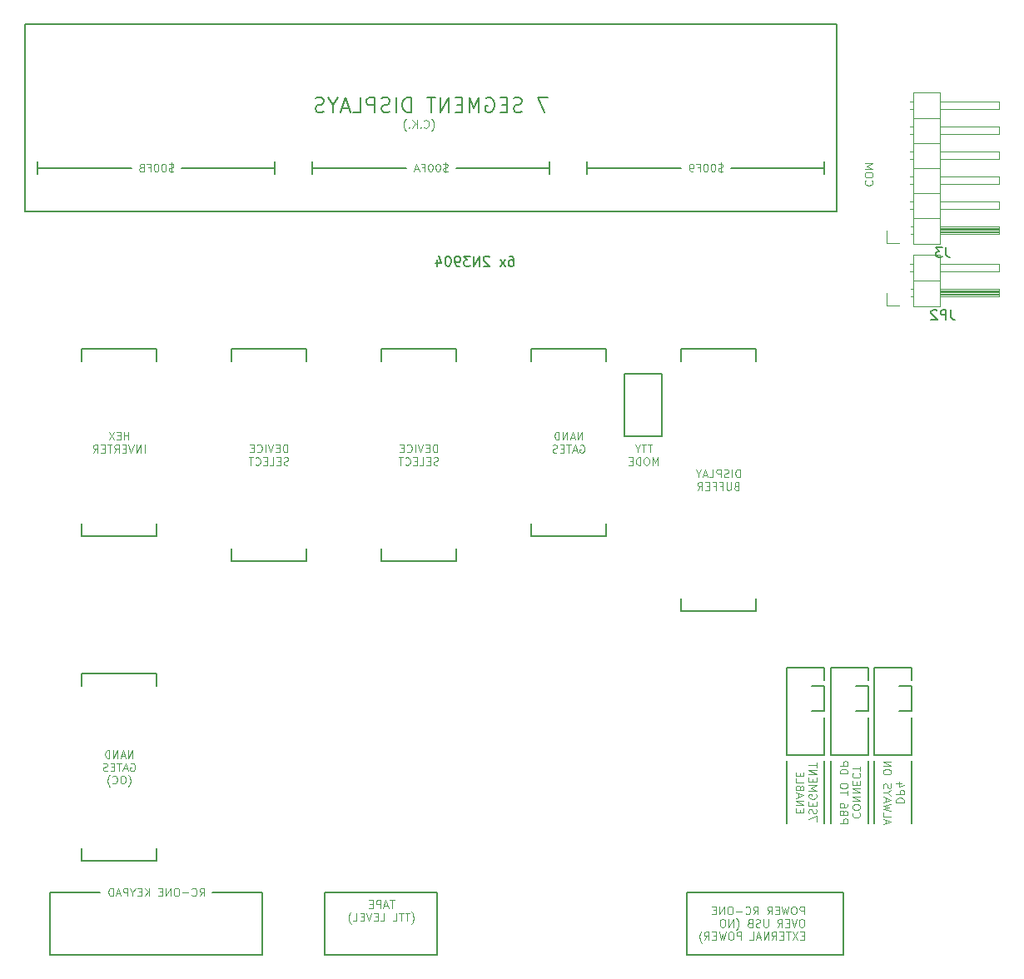
<source format=gbo>
G04 #@! TF.FileFunction,Legend,Bot*
%FSLAX46Y46*%
G04 Gerber Fmt 4.6, Leading zero omitted, Abs format (unit mm)*
G04 Created by KiCad (PCBNEW 4.0.7) date 10/14/19 14:53:04*
%MOMM*%
%LPD*%
G01*
G04 APERTURE LIST*
%ADD10C,0.100000*%
%ADD11C,0.200000*%
%ADD12C,0.150000*%
%ADD13C,0.120000*%
G04 APERTURE END LIST*
D10*
D11*
X118745000Y-125730000D02*
X118745000Y-132080000D01*
X123825000Y-125730000D02*
X118745000Y-125730000D01*
X140335000Y-125730000D02*
X135255000Y-125730000D01*
X140335000Y-132080000D02*
X140335000Y-125730000D01*
X158115000Y-125730000D02*
X158115000Y-132080000D01*
X146685000Y-132080000D02*
X146685000Y-125730000D01*
X158115000Y-125730000D02*
X146685000Y-125730000D01*
X183515000Y-132080000D02*
X195580000Y-132080000D01*
X183515000Y-125730000D02*
X183515000Y-132080000D01*
X195580000Y-125730000D02*
X183515000Y-125730000D01*
D10*
X195389524Y-127966905D02*
X195389524Y-127166905D01*
X195084762Y-127166905D01*
X195008571Y-127205000D01*
X194970476Y-127243095D01*
X194932381Y-127319286D01*
X194932381Y-127433571D01*
X194970476Y-127509762D01*
X195008571Y-127547857D01*
X195084762Y-127585952D01*
X195389524Y-127585952D01*
X194437143Y-127166905D02*
X194284762Y-127166905D01*
X194208571Y-127205000D01*
X194132381Y-127281190D01*
X194094286Y-127433571D01*
X194094286Y-127700238D01*
X194132381Y-127852619D01*
X194208571Y-127928810D01*
X194284762Y-127966905D01*
X194437143Y-127966905D01*
X194513333Y-127928810D01*
X194589524Y-127852619D01*
X194627619Y-127700238D01*
X194627619Y-127433571D01*
X194589524Y-127281190D01*
X194513333Y-127205000D01*
X194437143Y-127166905D01*
X193827619Y-127166905D02*
X193637143Y-127966905D01*
X193484762Y-127395476D01*
X193332381Y-127966905D01*
X193141905Y-127166905D01*
X192837143Y-127547857D02*
X192570476Y-127547857D01*
X192456190Y-127966905D02*
X192837143Y-127966905D01*
X192837143Y-127166905D01*
X192456190Y-127166905D01*
X191656190Y-127966905D02*
X191922857Y-127585952D01*
X192113333Y-127966905D02*
X192113333Y-127166905D01*
X191808571Y-127166905D01*
X191732380Y-127205000D01*
X191694285Y-127243095D01*
X191656190Y-127319286D01*
X191656190Y-127433571D01*
X191694285Y-127509762D01*
X191732380Y-127547857D01*
X191808571Y-127585952D01*
X192113333Y-127585952D01*
X190246666Y-127966905D02*
X190513333Y-127585952D01*
X190703809Y-127966905D02*
X190703809Y-127166905D01*
X190399047Y-127166905D01*
X190322856Y-127205000D01*
X190284761Y-127243095D01*
X190246666Y-127319286D01*
X190246666Y-127433571D01*
X190284761Y-127509762D01*
X190322856Y-127547857D01*
X190399047Y-127585952D01*
X190703809Y-127585952D01*
X189446666Y-127890714D02*
X189484761Y-127928810D01*
X189599047Y-127966905D01*
X189675237Y-127966905D01*
X189789523Y-127928810D01*
X189865714Y-127852619D01*
X189903809Y-127776429D01*
X189941904Y-127624048D01*
X189941904Y-127509762D01*
X189903809Y-127357381D01*
X189865714Y-127281190D01*
X189789523Y-127205000D01*
X189675237Y-127166905D01*
X189599047Y-127166905D01*
X189484761Y-127205000D01*
X189446666Y-127243095D01*
X189103809Y-127662143D02*
X188494285Y-127662143D01*
X187960952Y-127166905D02*
X187808571Y-127166905D01*
X187732380Y-127205000D01*
X187656190Y-127281190D01*
X187618095Y-127433571D01*
X187618095Y-127700238D01*
X187656190Y-127852619D01*
X187732380Y-127928810D01*
X187808571Y-127966905D01*
X187960952Y-127966905D01*
X188037142Y-127928810D01*
X188113333Y-127852619D01*
X188151428Y-127700238D01*
X188151428Y-127433571D01*
X188113333Y-127281190D01*
X188037142Y-127205000D01*
X187960952Y-127166905D01*
X187275238Y-127966905D02*
X187275238Y-127166905D01*
X186818095Y-127966905D01*
X186818095Y-127166905D01*
X186437143Y-127547857D02*
X186170476Y-127547857D01*
X186056190Y-127966905D02*
X186437143Y-127966905D01*
X186437143Y-127166905D01*
X186056190Y-127166905D01*
X195237143Y-128466905D02*
X195084762Y-128466905D01*
X195008571Y-128505000D01*
X194932381Y-128581190D01*
X194894286Y-128733571D01*
X194894286Y-129000238D01*
X194932381Y-129152619D01*
X195008571Y-129228810D01*
X195084762Y-129266905D01*
X195237143Y-129266905D01*
X195313333Y-129228810D01*
X195389524Y-129152619D01*
X195427619Y-129000238D01*
X195427619Y-128733571D01*
X195389524Y-128581190D01*
X195313333Y-128505000D01*
X195237143Y-128466905D01*
X194665715Y-128466905D02*
X194399048Y-129266905D01*
X194132381Y-128466905D01*
X193865715Y-128847857D02*
X193599048Y-128847857D01*
X193484762Y-129266905D02*
X193865715Y-129266905D01*
X193865715Y-128466905D01*
X193484762Y-128466905D01*
X192684762Y-129266905D02*
X192951429Y-128885952D01*
X193141905Y-129266905D02*
X193141905Y-128466905D01*
X192837143Y-128466905D01*
X192760952Y-128505000D01*
X192722857Y-128543095D01*
X192684762Y-128619286D01*
X192684762Y-128733571D01*
X192722857Y-128809762D01*
X192760952Y-128847857D01*
X192837143Y-128885952D01*
X193141905Y-128885952D01*
X191732381Y-128466905D02*
X191732381Y-129114524D01*
X191694286Y-129190714D01*
X191656190Y-129228810D01*
X191580000Y-129266905D01*
X191427619Y-129266905D01*
X191351428Y-129228810D01*
X191313333Y-129190714D01*
X191275238Y-129114524D01*
X191275238Y-128466905D01*
X190932381Y-129228810D02*
X190818095Y-129266905D01*
X190627619Y-129266905D01*
X190551429Y-129228810D01*
X190513333Y-129190714D01*
X190475238Y-129114524D01*
X190475238Y-129038333D01*
X190513333Y-128962143D01*
X190551429Y-128924048D01*
X190627619Y-128885952D01*
X190780000Y-128847857D01*
X190856191Y-128809762D01*
X190894286Y-128771667D01*
X190932381Y-128695476D01*
X190932381Y-128619286D01*
X190894286Y-128543095D01*
X190856191Y-128505000D01*
X190780000Y-128466905D01*
X190589524Y-128466905D01*
X190475238Y-128505000D01*
X189865714Y-128847857D02*
X189751428Y-128885952D01*
X189713333Y-128924048D01*
X189675238Y-129000238D01*
X189675238Y-129114524D01*
X189713333Y-129190714D01*
X189751428Y-129228810D01*
X189827619Y-129266905D01*
X190132381Y-129266905D01*
X190132381Y-128466905D01*
X189865714Y-128466905D01*
X189789524Y-128505000D01*
X189751428Y-128543095D01*
X189713333Y-128619286D01*
X189713333Y-128695476D01*
X189751428Y-128771667D01*
X189789524Y-128809762D01*
X189865714Y-128847857D01*
X190132381Y-128847857D01*
X188494285Y-129571667D02*
X188532381Y-129533571D01*
X188608571Y-129419286D01*
X188646666Y-129343095D01*
X188684762Y-129228810D01*
X188722857Y-129038333D01*
X188722857Y-128885952D01*
X188684762Y-128695476D01*
X188646666Y-128581190D01*
X188608571Y-128505000D01*
X188532381Y-128390714D01*
X188494285Y-128352619D01*
X188189524Y-129266905D02*
X188189524Y-128466905D01*
X187732381Y-129266905D01*
X187732381Y-128466905D01*
X187199048Y-128466905D02*
X187046667Y-128466905D01*
X186970476Y-128505000D01*
X186894286Y-128581190D01*
X186856191Y-128733571D01*
X186856191Y-129000238D01*
X186894286Y-129152619D01*
X186970476Y-129228810D01*
X187046667Y-129266905D01*
X187199048Y-129266905D01*
X187275238Y-129228810D01*
X187351429Y-129152619D01*
X187389524Y-129000238D01*
X187389524Y-128733571D01*
X187351429Y-128581190D01*
X187275238Y-128505000D01*
X187199048Y-128466905D01*
X195389524Y-130147857D02*
X195122857Y-130147857D01*
X195008571Y-130566905D02*
X195389524Y-130566905D01*
X195389524Y-129766905D01*
X195008571Y-129766905D01*
X194741904Y-129766905D02*
X194208571Y-130566905D01*
X194208571Y-129766905D02*
X194741904Y-130566905D01*
X194018095Y-129766905D02*
X193560952Y-129766905D01*
X193789523Y-130566905D02*
X193789523Y-129766905D01*
X193294285Y-130147857D02*
X193027618Y-130147857D01*
X192913332Y-130566905D02*
X193294285Y-130566905D01*
X193294285Y-129766905D01*
X192913332Y-129766905D01*
X192113332Y-130566905D02*
X192379999Y-130185952D01*
X192570475Y-130566905D02*
X192570475Y-129766905D01*
X192265713Y-129766905D01*
X192189522Y-129805000D01*
X192151427Y-129843095D01*
X192113332Y-129919286D01*
X192113332Y-130033571D01*
X192151427Y-130109762D01*
X192189522Y-130147857D01*
X192265713Y-130185952D01*
X192570475Y-130185952D01*
X191770475Y-130566905D02*
X191770475Y-129766905D01*
X191313332Y-130566905D01*
X191313332Y-129766905D01*
X190970475Y-130338333D02*
X190589523Y-130338333D01*
X191046666Y-130566905D02*
X190779999Y-129766905D01*
X190513332Y-130566905D01*
X189865713Y-130566905D02*
X190246666Y-130566905D01*
X190246666Y-129766905D01*
X188989523Y-130566905D02*
X188989523Y-129766905D01*
X188684761Y-129766905D01*
X188608570Y-129805000D01*
X188570475Y-129843095D01*
X188532380Y-129919286D01*
X188532380Y-130033571D01*
X188570475Y-130109762D01*
X188608570Y-130147857D01*
X188684761Y-130185952D01*
X188989523Y-130185952D01*
X188037142Y-129766905D02*
X187884761Y-129766905D01*
X187808570Y-129805000D01*
X187732380Y-129881190D01*
X187694285Y-130033571D01*
X187694285Y-130300238D01*
X187732380Y-130452619D01*
X187808570Y-130528810D01*
X187884761Y-130566905D01*
X188037142Y-130566905D01*
X188113332Y-130528810D01*
X188189523Y-130452619D01*
X188227618Y-130300238D01*
X188227618Y-130033571D01*
X188189523Y-129881190D01*
X188113332Y-129805000D01*
X188037142Y-129766905D01*
X187427618Y-129766905D02*
X187237142Y-130566905D01*
X187084761Y-129995476D01*
X186932380Y-130566905D01*
X186741904Y-129766905D01*
X186437142Y-130147857D02*
X186170475Y-130147857D01*
X186056189Y-130566905D02*
X186437142Y-130566905D01*
X186437142Y-129766905D01*
X186056189Y-129766905D01*
X185256189Y-130566905D02*
X185522856Y-130185952D01*
X185713332Y-130566905D02*
X185713332Y-129766905D01*
X185408570Y-129766905D01*
X185332379Y-129805000D01*
X185294284Y-129843095D01*
X185256189Y-129919286D01*
X185256189Y-130033571D01*
X185294284Y-130109762D01*
X185332379Y-130147857D01*
X185408570Y-130185952D01*
X185713332Y-130185952D01*
X184989522Y-130871667D02*
X184951427Y-130833571D01*
X184875237Y-130719286D01*
X184837141Y-130643095D01*
X184799046Y-130528810D01*
X184760951Y-130338333D01*
X184760951Y-130185952D01*
X184799046Y-129995476D01*
X184837141Y-129881190D01*
X184875237Y-129805000D01*
X184951427Y-129690714D01*
X184989522Y-129652619D01*
D11*
X199390000Y-132080000D02*
X195580000Y-132080000D01*
X199390000Y-125730000D02*
X199390000Y-132080000D01*
X195580000Y-125730000D02*
X199390000Y-125730000D01*
X140335000Y-132080000D02*
X118745000Y-132080000D01*
D10*
X133940000Y-126091905D02*
X134206667Y-125710952D01*
X134397143Y-126091905D02*
X134397143Y-125291905D01*
X134092381Y-125291905D01*
X134016190Y-125330000D01*
X133978095Y-125368095D01*
X133940000Y-125444286D01*
X133940000Y-125558571D01*
X133978095Y-125634762D01*
X134016190Y-125672857D01*
X134092381Y-125710952D01*
X134397143Y-125710952D01*
X133140000Y-126015714D02*
X133178095Y-126053810D01*
X133292381Y-126091905D01*
X133368571Y-126091905D01*
X133482857Y-126053810D01*
X133559048Y-125977619D01*
X133597143Y-125901429D01*
X133635238Y-125749048D01*
X133635238Y-125634762D01*
X133597143Y-125482381D01*
X133559048Y-125406190D01*
X133482857Y-125330000D01*
X133368571Y-125291905D01*
X133292381Y-125291905D01*
X133178095Y-125330000D01*
X133140000Y-125368095D01*
X132797143Y-125787143D02*
X132187619Y-125787143D01*
X131654286Y-125291905D02*
X131501905Y-125291905D01*
X131425714Y-125330000D01*
X131349524Y-125406190D01*
X131311429Y-125558571D01*
X131311429Y-125825238D01*
X131349524Y-125977619D01*
X131425714Y-126053810D01*
X131501905Y-126091905D01*
X131654286Y-126091905D01*
X131730476Y-126053810D01*
X131806667Y-125977619D01*
X131844762Y-125825238D01*
X131844762Y-125558571D01*
X131806667Y-125406190D01*
X131730476Y-125330000D01*
X131654286Y-125291905D01*
X130968572Y-126091905D02*
X130968572Y-125291905D01*
X130511429Y-126091905D01*
X130511429Y-125291905D01*
X130130477Y-125672857D02*
X129863810Y-125672857D01*
X129749524Y-126091905D02*
X130130477Y-126091905D01*
X130130477Y-125291905D01*
X129749524Y-125291905D01*
X128797143Y-126091905D02*
X128797143Y-125291905D01*
X128340000Y-126091905D02*
X128682857Y-125634762D01*
X128340000Y-125291905D02*
X128797143Y-125749048D01*
X127997143Y-125672857D02*
X127730476Y-125672857D01*
X127616190Y-126091905D02*
X127997143Y-126091905D01*
X127997143Y-125291905D01*
X127616190Y-125291905D01*
X127120952Y-125710952D02*
X127120952Y-126091905D01*
X127387619Y-125291905D02*
X127120952Y-125710952D01*
X126854285Y-125291905D01*
X126587619Y-126091905D02*
X126587619Y-125291905D01*
X126282857Y-125291905D01*
X126206666Y-125330000D01*
X126168571Y-125368095D01*
X126130476Y-125444286D01*
X126130476Y-125558571D01*
X126168571Y-125634762D01*
X126206666Y-125672857D01*
X126282857Y-125710952D01*
X126587619Y-125710952D01*
X125825714Y-125863333D02*
X125444762Y-125863333D01*
X125901905Y-126091905D02*
X125635238Y-125291905D01*
X125368571Y-126091905D01*
X125101905Y-126091905D02*
X125101905Y-125291905D01*
X124911429Y-125291905D01*
X124797143Y-125330000D01*
X124720952Y-125406190D01*
X124682857Y-125482381D01*
X124644762Y-125634762D01*
X124644762Y-125749048D01*
X124682857Y-125901429D01*
X124720952Y-125977619D01*
X124797143Y-126053810D01*
X124911429Y-126091905D01*
X125101905Y-126091905D01*
X153733334Y-126546905D02*
X153276191Y-126546905D01*
X153504762Y-127346905D02*
X153504762Y-126546905D01*
X153047619Y-127118333D02*
X152666667Y-127118333D01*
X153123810Y-127346905D02*
X152857143Y-126546905D01*
X152590476Y-127346905D01*
X152323810Y-127346905D02*
X152323810Y-126546905D01*
X152019048Y-126546905D01*
X151942857Y-126585000D01*
X151904762Y-126623095D01*
X151866667Y-126699286D01*
X151866667Y-126813571D01*
X151904762Y-126889762D01*
X151942857Y-126927857D01*
X152019048Y-126965952D01*
X152323810Y-126965952D01*
X151523810Y-126927857D02*
X151257143Y-126927857D01*
X151142857Y-127346905D02*
X151523810Y-127346905D01*
X151523810Y-126546905D01*
X151142857Y-126546905D01*
X155466666Y-128951667D02*
X155504762Y-128913571D01*
X155580952Y-128799286D01*
X155619047Y-128723095D01*
X155657143Y-128608810D01*
X155695238Y-128418333D01*
X155695238Y-128265952D01*
X155657143Y-128075476D01*
X155619047Y-127961190D01*
X155580952Y-127885000D01*
X155504762Y-127770714D01*
X155466666Y-127732619D01*
X155276191Y-127846905D02*
X154819048Y-127846905D01*
X155047619Y-128646905D02*
X155047619Y-127846905D01*
X154666667Y-127846905D02*
X154209524Y-127846905D01*
X154438095Y-128646905D02*
X154438095Y-127846905D01*
X153561904Y-128646905D02*
X153942857Y-128646905D01*
X153942857Y-127846905D01*
X152304761Y-128646905D02*
X152685714Y-128646905D01*
X152685714Y-127846905D01*
X152038095Y-128227857D02*
X151771428Y-128227857D01*
X151657142Y-128646905D02*
X152038095Y-128646905D01*
X152038095Y-127846905D01*
X151657142Y-127846905D01*
X151428571Y-127846905D02*
X151161904Y-128646905D01*
X150895237Y-127846905D01*
X150628571Y-128227857D02*
X150361904Y-128227857D01*
X150247618Y-128646905D02*
X150628571Y-128646905D01*
X150628571Y-127846905D01*
X150247618Y-127846905D01*
X149523808Y-128646905D02*
X149904761Y-128646905D01*
X149904761Y-127846905D01*
X149333332Y-128951667D02*
X149295237Y-128913571D01*
X149219047Y-128799286D01*
X149180951Y-128723095D01*
X149142856Y-128608810D01*
X149104761Y-128418333D01*
X149104761Y-128265952D01*
X149142856Y-128075476D01*
X149180951Y-127961190D01*
X149219047Y-127885000D01*
X149295237Y-127770714D01*
X149333332Y-127732619D01*
D11*
X158115000Y-132080000D02*
X146685000Y-132080000D01*
D10*
X179946191Y-80191905D02*
X179489048Y-80191905D01*
X179717619Y-80991905D02*
X179717619Y-80191905D01*
X179336667Y-80191905D02*
X178879524Y-80191905D01*
X179108095Y-80991905D02*
X179108095Y-80191905D01*
X178460476Y-80610952D02*
X178460476Y-80991905D01*
X178727143Y-80191905D02*
X178460476Y-80610952D01*
X178193809Y-80191905D01*
X180517619Y-82291905D02*
X180517619Y-81491905D01*
X180250952Y-82063333D01*
X179984285Y-81491905D01*
X179984285Y-82291905D01*
X179450952Y-81491905D02*
X179298571Y-81491905D01*
X179222380Y-81530000D01*
X179146190Y-81606190D01*
X179108095Y-81758571D01*
X179108095Y-82025238D01*
X179146190Y-82177619D01*
X179222380Y-82253810D01*
X179298571Y-82291905D01*
X179450952Y-82291905D01*
X179527142Y-82253810D01*
X179603333Y-82177619D01*
X179641428Y-82025238D01*
X179641428Y-81758571D01*
X179603333Y-81606190D01*
X179527142Y-81530000D01*
X179450952Y-81491905D01*
X178765238Y-82291905D02*
X178765238Y-81491905D01*
X178574762Y-81491905D01*
X178460476Y-81530000D01*
X178384285Y-81606190D01*
X178346190Y-81682381D01*
X178308095Y-81834762D01*
X178308095Y-81949048D01*
X178346190Y-82101429D01*
X178384285Y-82177619D01*
X178460476Y-82253810D01*
X178574762Y-82291905D01*
X178765238Y-82291905D01*
X177965238Y-81872857D02*
X177698571Y-81872857D01*
X177584285Y-82291905D02*
X177965238Y-82291905D01*
X177965238Y-81491905D01*
X177584285Y-81491905D01*
D11*
X177165000Y-79375000D02*
X177165000Y-73025000D01*
X180975000Y-79375000D02*
X177165000Y-79375000D01*
X180975000Y-73025000D02*
X180975000Y-79375000D01*
X177165000Y-73025000D02*
X180975000Y-73025000D01*
X206375000Y-112395000D02*
X206375000Y-118745000D01*
X202565000Y-112395000D02*
X202565000Y-118745000D01*
X201930000Y-112395000D02*
X201930000Y-118745000D01*
X198120000Y-112395000D02*
X198120000Y-118745000D01*
X197485000Y-118745000D02*
X197485000Y-112395000D01*
X193675000Y-112395000D02*
X193675000Y-118745000D01*
X206375000Y-102870000D02*
X206375000Y-104140000D01*
X202565000Y-102870000D02*
X206375000Y-102870000D01*
X202565000Y-111760000D02*
X202565000Y-102870000D01*
X206375000Y-111760000D02*
X202565000Y-111760000D01*
X206375000Y-107950000D02*
X206375000Y-111760000D01*
X201930000Y-111760000D02*
X201930000Y-107950000D01*
X198120000Y-111760000D02*
X201930000Y-111760000D01*
X198120000Y-102870000D02*
X198120000Y-111760000D01*
X201930000Y-102870000D02*
X198120000Y-102870000D01*
X201930000Y-104140000D02*
X201930000Y-102870000D01*
X197485000Y-111760000D02*
X197485000Y-107950000D01*
X193675000Y-111760000D02*
X197485000Y-111760000D01*
X193675000Y-102870000D02*
X193675000Y-111760000D01*
X197485000Y-102870000D02*
X193675000Y-102870000D01*
X197485000Y-104140000D02*
X197485000Y-102870000D01*
X206375000Y-107315000D02*
X205105000Y-107315000D01*
X206375000Y-104775000D02*
X206375000Y-107315000D01*
X205105000Y-104775000D02*
X206375000Y-104775000D01*
X201930000Y-107315000D02*
X200660000Y-107315000D01*
X201930000Y-104775000D02*
X201930000Y-107315000D01*
X200660000Y-104775000D02*
X201930000Y-104775000D01*
X197485000Y-107315000D02*
X196215000Y-107315000D01*
X197485000Y-104775000D02*
X197485000Y-107315000D01*
X196215000Y-104775000D02*
X197485000Y-104775000D01*
D10*
X204758095Y-116560476D02*
X205558095Y-116560476D01*
X205558095Y-116370000D01*
X205520000Y-116255714D01*
X205443810Y-116179523D01*
X205367619Y-116141428D01*
X205215238Y-116103333D01*
X205100952Y-116103333D01*
X204948571Y-116141428D01*
X204872381Y-116179523D01*
X204796190Y-116255714D01*
X204758095Y-116370000D01*
X204758095Y-116560476D01*
X204758095Y-115760476D02*
X205558095Y-115760476D01*
X205558095Y-115455714D01*
X205520000Y-115379523D01*
X205481905Y-115341428D01*
X205405714Y-115303333D01*
X205291429Y-115303333D01*
X205215238Y-115341428D01*
X205177143Y-115379523D01*
X205139048Y-115455714D01*
X205139048Y-115760476D01*
X205291429Y-114617619D02*
X204758095Y-114617619D01*
X205596190Y-114808095D02*
X205024762Y-114998571D01*
X205024762Y-114503333D01*
X203686667Y-118750952D02*
X203686667Y-118370000D01*
X203458095Y-118827143D02*
X204258095Y-118560476D01*
X203458095Y-118293809D01*
X203458095Y-117646190D02*
X203458095Y-118027143D01*
X204258095Y-118027143D01*
X204258095Y-117455714D02*
X203458095Y-117265238D01*
X204029524Y-117112857D01*
X203458095Y-116960476D01*
X204258095Y-116770000D01*
X203686667Y-116503333D02*
X203686667Y-116122381D01*
X203458095Y-116579524D02*
X204258095Y-116312857D01*
X203458095Y-116046190D01*
X203839048Y-115627143D02*
X203458095Y-115627143D01*
X204258095Y-115893810D02*
X203839048Y-115627143D01*
X204258095Y-115360476D01*
X203496190Y-115131905D02*
X203458095Y-115017619D01*
X203458095Y-114827143D01*
X203496190Y-114750953D01*
X203534286Y-114712857D01*
X203610476Y-114674762D01*
X203686667Y-114674762D01*
X203762857Y-114712857D01*
X203800952Y-114750953D01*
X203839048Y-114827143D01*
X203877143Y-114979524D01*
X203915238Y-115055715D01*
X203953333Y-115093810D01*
X204029524Y-115131905D01*
X204105714Y-115131905D01*
X204181905Y-115093810D01*
X204220000Y-115055715D01*
X204258095Y-114979524D01*
X204258095Y-114789048D01*
X204220000Y-114674762D01*
X204258095Y-113570000D02*
X204258095Y-113417619D01*
X204220000Y-113341428D01*
X204143810Y-113265238D01*
X203991429Y-113227143D01*
X203724762Y-113227143D01*
X203572381Y-113265238D01*
X203496190Y-113341428D01*
X203458095Y-113417619D01*
X203458095Y-113570000D01*
X203496190Y-113646190D01*
X203572381Y-113722381D01*
X203724762Y-113760476D01*
X203991429Y-113760476D01*
X204143810Y-113722381D01*
X204220000Y-113646190D01*
X204258095Y-113570000D01*
X203458095Y-112884286D02*
X204258095Y-112884286D01*
X203458095Y-112427143D01*
X204258095Y-112427143D01*
X200389286Y-117646190D02*
X200351190Y-117684285D01*
X200313095Y-117798571D01*
X200313095Y-117874761D01*
X200351190Y-117989047D01*
X200427381Y-118065238D01*
X200503571Y-118103333D01*
X200655952Y-118141428D01*
X200770238Y-118141428D01*
X200922619Y-118103333D01*
X200998810Y-118065238D01*
X201075000Y-117989047D01*
X201113095Y-117874761D01*
X201113095Y-117798571D01*
X201075000Y-117684285D01*
X201036905Y-117646190D01*
X201113095Y-117150952D02*
X201113095Y-116998571D01*
X201075000Y-116922380D01*
X200998810Y-116846190D01*
X200846429Y-116808095D01*
X200579762Y-116808095D01*
X200427381Y-116846190D01*
X200351190Y-116922380D01*
X200313095Y-116998571D01*
X200313095Y-117150952D01*
X200351190Y-117227142D01*
X200427381Y-117303333D01*
X200579762Y-117341428D01*
X200846429Y-117341428D01*
X200998810Y-117303333D01*
X201075000Y-117227142D01*
X201113095Y-117150952D01*
X200313095Y-116465238D02*
X201113095Y-116465238D01*
X200313095Y-116008095D01*
X201113095Y-116008095D01*
X200313095Y-115627143D02*
X201113095Y-115627143D01*
X200313095Y-115170000D01*
X201113095Y-115170000D01*
X200732143Y-114789048D02*
X200732143Y-114522381D01*
X200313095Y-114408095D02*
X200313095Y-114789048D01*
X201113095Y-114789048D01*
X201113095Y-114408095D01*
X200389286Y-113608095D02*
X200351190Y-113646190D01*
X200313095Y-113760476D01*
X200313095Y-113836666D01*
X200351190Y-113950952D01*
X200427381Y-114027143D01*
X200503571Y-114065238D01*
X200655952Y-114103333D01*
X200770238Y-114103333D01*
X200922619Y-114065238D01*
X200998810Y-114027143D01*
X201075000Y-113950952D01*
X201113095Y-113836666D01*
X201113095Y-113760476D01*
X201075000Y-113646190D01*
X201036905Y-113608095D01*
X201113095Y-113379524D02*
X201113095Y-112922381D01*
X200313095Y-113150952D02*
X201113095Y-113150952D01*
X199013095Y-118693810D02*
X199813095Y-118693810D01*
X199813095Y-118389048D01*
X199775000Y-118312857D01*
X199736905Y-118274762D01*
X199660714Y-118236667D01*
X199546429Y-118236667D01*
X199470238Y-118274762D01*
X199432143Y-118312857D01*
X199394048Y-118389048D01*
X199394048Y-118693810D01*
X199432143Y-117627143D02*
X199394048Y-117512857D01*
X199355952Y-117474762D01*
X199279762Y-117436667D01*
X199165476Y-117436667D01*
X199089286Y-117474762D01*
X199051190Y-117512857D01*
X199013095Y-117589048D01*
X199013095Y-117893810D01*
X199813095Y-117893810D01*
X199813095Y-117627143D01*
X199775000Y-117550953D01*
X199736905Y-117512857D01*
X199660714Y-117474762D01*
X199584524Y-117474762D01*
X199508333Y-117512857D01*
X199470238Y-117550953D01*
X199432143Y-117627143D01*
X199432143Y-117893810D01*
X199813095Y-116750953D02*
X199813095Y-116903334D01*
X199775000Y-116979524D01*
X199736905Y-117017619D01*
X199622619Y-117093810D01*
X199470238Y-117131905D01*
X199165476Y-117131905D01*
X199089286Y-117093810D01*
X199051190Y-117055715D01*
X199013095Y-116979524D01*
X199013095Y-116827143D01*
X199051190Y-116750953D01*
X199089286Y-116712857D01*
X199165476Y-116674762D01*
X199355952Y-116674762D01*
X199432143Y-116712857D01*
X199470238Y-116750953D01*
X199508333Y-116827143D01*
X199508333Y-116979524D01*
X199470238Y-117055715D01*
X199432143Y-117093810D01*
X199355952Y-117131905D01*
X199813095Y-115836667D02*
X199813095Y-115379524D01*
X199013095Y-115608095D02*
X199813095Y-115608095D01*
X199813095Y-114960476D02*
X199813095Y-114808095D01*
X199775000Y-114731904D01*
X199698810Y-114655714D01*
X199546429Y-114617619D01*
X199279762Y-114617619D01*
X199127381Y-114655714D01*
X199051190Y-114731904D01*
X199013095Y-114808095D01*
X199013095Y-114960476D01*
X199051190Y-115036666D01*
X199127381Y-115112857D01*
X199279762Y-115150952D01*
X199546429Y-115150952D01*
X199698810Y-115112857D01*
X199775000Y-115036666D01*
X199813095Y-114960476D01*
X199013095Y-113665238D02*
X199813095Y-113665238D01*
X199813095Y-113474762D01*
X199775000Y-113360476D01*
X199698810Y-113284285D01*
X199622619Y-113246190D01*
X199470238Y-113208095D01*
X199355952Y-113208095D01*
X199203571Y-113246190D01*
X199127381Y-113284285D01*
X199051190Y-113360476D01*
X199013095Y-113474762D01*
X199013095Y-113665238D01*
X199013095Y-112865238D02*
X199813095Y-112865238D01*
X199813095Y-112560476D01*
X199775000Y-112484285D01*
X199736905Y-112446190D01*
X199660714Y-112408095D01*
X199546429Y-112408095D01*
X199470238Y-112446190D01*
X199432143Y-112484285D01*
X199394048Y-112560476D01*
X199394048Y-112865238D01*
X196668095Y-118522381D02*
X196668095Y-117989048D01*
X195868095Y-118331905D01*
X195906190Y-117722381D02*
X195868095Y-117608095D01*
X195868095Y-117417619D01*
X195906190Y-117341429D01*
X195944286Y-117303333D01*
X196020476Y-117265238D01*
X196096667Y-117265238D01*
X196172857Y-117303333D01*
X196210952Y-117341429D01*
X196249048Y-117417619D01*
X196287143Y-117570000D01*
X196325238Y-117646191D01*
X196363333Y-117684286D01*
X196439524Y-117722381D01*
X196515714Y-117722381D01*
X196591905Y-117684286D01*
X196630000Y-117646191D01*
X196668095Y-117570000D01*
X196668095Y-117379524D01*
X196630000Y-117265238D01*
X196287143Y-116922381D02*
X196287143Y-116655714D01*
X195868095Y-116541428D02*
X195868095Y-116922381D01*
X196668095Y-116922381D01*
X196668095Y-116541428D01*
X196630000Y-115779523D02*
X196668095Y-115855714D01*
X196668095Y-115969999D01*
X196630000Y-116084285D01*
X196553810Y-116160476D01*
X196477619Y-116198571D01*
X196325238Y-116236666D01*
X196210952Y-116236666D01*
X196058571Y-116198571D01*
X195982381Y-116160476D01*
X195906190Y-116084285D01*
X195868095Y-115969999D01*
X195868095Y-115893809D01*
X195906190Y-115779523D01*
X195944286Y-115741428D01*
X196210952Y-115741428D01*
X196210952Y-115893809D01*
X195868095Y-115398571D02*
X196668095Y-115398571D01*
X196096667Y-115131904D01*
X196668095Y-114865237D01*
X195868095Y-114865237D01*
X196287143Y-114484285D02*
X196287143Y-114217618D01*
X195868095Y-114103332D02*
X195868095Y-114484285D01*
X196668095Y-114484285D01*
X196668095Y-114103332D01*
X195868095Y-113760475D02*
X196668095Y-113760475D01*
X195868095Y-113303332D01*
X196668095Y-113303332D01*
X196668095Y-113036666D02*
X196668095Y-112579523D01*
X195868095Y-112808094D02*
X196668095Y-112808094D01*
X194987143Y-117589048D02*
X194987143Y-117322381D01*
X194568095Y-117208095D02*
X194568095Y-117589048D01*
X195368095Y-117589048D01*
X195368095Y-117208095D01*
X194568095Y-116865238D02*
X195368095Y-116865238D01*
X194568095Y-116408095D01*
X195368095Y-116408095D01*
X194796667Y-116065238D02*
X194796667Y-115684286D01*
X194568095Y-116141429D02*
X195368095Y-115874762D01*
X194568095Y-115608095D01*
X194987143Y-115074762D02*
X194949048Y-114960476D01*
X194910952Y-114922381D01*
X194834762Y-114884286D01*
X194720476Y-114884286D01*
X194644286Y-114922381D01*
X194606190Y-114960476D01*
X194568095Y-115036667D01*
X194568095Y-115341429D01*
X195368095Y-115341429D01*
X195368095Y-115074762D01*
X195330000Y-114998572D01*
X195291905Y-114960476D01*
X195215714Y-114922381D01*
X195139524Y-114922381D01*
X195063333Y-114960476D01*
X195025238Y-114998572D01*
X194987143Y-115074762D01*
X194987143Y-115341429D01*
X194568095Y-114160476D02*
X194568095Y-114541429D01*
X195368095Y-114541429D01*
X194987143Y-113893810D02*
X194987143Y-113627143D01*
X194568095Y-113512857D02*
X194568095Y-113893810D01*
X195368095Y-113893810D01*
X195368095Y-113512857D01*
X201644286Y-53333571D02*
X201606190Y-53371666D01*
X201568095Y-53485952D01*
X201568095Y-53562142D01*
X201606190Y-53676428D01*
X201682381Y-53752619D01*
X201758571Y-53790714D01*
X201910952Y-53828809D01*
X202025238Y-53828809D01*
X202177619Y-53790714D01*
X202253810Y-53752619D01*
X202330000Y-53676428D01*
X202368095Y-53562142D01*
X202368095Y-53485952D01*
X202330000Y-53371666D01*
X202291905Y-53333571D01*
X202368095Y-52838333D02*
X202368095Y-52685952D01*
X202330000Y-52609761D01*
X202253810Y-52533571D01*
X202101429Y-52495476D01*
X201834762Y-52495476D01*
X201682381Y-52533571D01*
X201606190Y-52609761D01*
X201568095Y-52685952D01*
X201568095Y-52838333D01*
X201606190Y-52914523D01*
X201682381Y-52990714D01*
X201834762Y-53028809D01*
X202101429Y-53028809D01*
X202253810Y-52990714D01*
X202330000Y-52914523D01*
X202368095Y-52838333D01*
X201568095Y-52152619D02*
X202368095Y-52152619D01*
X201796667Y-51885952D01*
X202368095Y-51619285D01*
X201568095Y-51619285D01*
X157505237Y-48291667D02*
X157543333Y-48253571D01*
X157619523Y-48139286D01*
X157657618Y-48063095D01*
X157695714Y-47948810D01*
X157733809Y-47758333D01*
X157733809Y-47605952D01*
X157695714Y-47415476D01*
X157657618Y-47301190D01*
X157619523Y-47225000D01*
X157543333Y-47110714D01*
X157505237Y-47072619D01*
X156743333Y-47910714D02*
X156781428Y-47948810D01*
X156895714Y-47986905D01*
X156971904Y-47986905D01*
X157086190Y-47948810D01*
X157162381Y-47872619D01*
X157200476Y-47796429D01*
X157238571Y-47644048D01*
X157238571Y-47529762D01*
X157200476Y-47377381D01*
X157162381Y-47301190D01*
X157086190Y-47225000D01*
X156971904Y-47186905D01*
X156895714Y-47186905D01*
X156781428Y-47225000D01*
X156743333Y-47263095D01*
X156400476Y-47910714D02*
X156362381Y-47948810D01*
X156400476Y-47986905D01*
X156438571Y-47948810D01*
X156400476Y-47910714D01*
X156400476Y-47986905D01*
X156019524Y-47986905D02*
X156019524Y-47186905D01*
X155562381Y-47986905D02*
X155905238Y-47529762D01*
X155562381Y-47186905D02*
X156019524Y-47644048D01*
X155219524Y-47910714D02*
X155181429Y-47948810D01*
X155219524Y-47986905D01*
X155257619Y-47948810D01*
X155219524Y-47910714D01*
X155219524Y-47986905D01*
X154914762Y-48291667D02*
X154876667Y-48253571D01*
X154800477Y-48139286D01*
X154762381Y-48063095D01*
X154724286Y-47948810D01*
X154686191Y-47758333D01*
X154686191Y-47605952D01*
X154724286Y-47415476D01*
X154762381Y-47301190D01*
X154800477Y-47225000D01*
X154876667Y-47110714D01*
X154914762Y-47072619D01*
D12*
X169337142Y-44898571D02*
X168337142Y-44898571D01*
X168979999Y-46398571D01*
X166694286Y-46327143D02*
X166480000Y-46398571D01*
X166122857Y-46398571D01*
X165980000Y-46327143D01*
X165908571Y-46255714D01*
X165837143Y-46112857D01*
X165837143Y-45970000D01*
X165908571Y-45827143D01*
X165980000Y-45755714D01*
X166122857Y-45684286D01*
X166408571Y-45612857D01*
X166551429Y-45541429D01*
X166622857Y-45470000D01*
X166694286Y-45327143D01*
X166694286Y-45184286D01*
X166622857Y-45041429D01*
X166551429Y-44970000D01*
X166408571Y-44898571D01*
X166051429Y-44898571D01*
X165837143Y-44970000D01*
X165194286Y-45612857D02*
X164694286Y-45612857D01*
X164480000Y-46398571D02*
X165194286Y-46398571D01*
X165194286Y-44898571D01*
X164480000Y-44898571D01*
X163051429Y-44970000D02*
X163194286Y-44898571D01*
X163408572Y-44898571D01*
X163622857Y-44970000D01*
X163765715Y-45112857D01*
X163837143Y-45255714D01*
X163908572Y-45541429D01*
X163908572Y-45755714D01*
X163837143Y-46041429D01*
X163765715Y-46184286D01*
X163622857Y-46327143D01*
X163408572Y-46398571D01*
X163265715Y-46398571D01*
X163051429Y-46327143D01*
X162980000Y-46255714D01*
X162980000Y-45755714D01*
X163265715Y-45755714D01*
X162337143Y-46398571D02*
X162337143Y-44898571D01*
X161837143Y-45970000D01*
X161337143Y-44898571D01*
X161337143Y-46398571D01*
X160622857Y-45612857D02*
X160122857Y-45612857D01*
X159908571Y-46398571D02*
X160622857Y-46398571D01*
X160622857Y-44898571D01*
X159908571Y-44898571D01*
X159265714Y-46398571D02*
X159265714Y-44898571D01*
X158408571Y-46398571D01*
X158408571Y-44898571D01*
X157908571Y-44898571D02*
X157051428Y-44898571D01*
X157479999Y-46398571D02*
X157479999Y-44898571D01*
X155408571Y-46398571D02*
X155408571Y-44898571D01*
X155051428Y-44898571D01*
X154837143Y-44970000D01*
X154694285Y-45112857D01*
X154622857Y-45255714D01*
X154551428Y-45541429D01*
X154551428Y-45755714D01*
X154622857Y-46041429D01*
X154694285Y-46184286D01*
X154837143Y-46327143D01*
X155051428Y-46398571D01*
X155408571Y-46398571D01*
X153908571Y-46398571D02*
X153908571Y-44898571D01*
X153265714Y-46327143D02*
X153051428Y-46398571D01*
X152694285Y-46398571D01*
X152551428Y-46327143D01*
X152479999Y-46255714D01*
X152408571Y-46112857D01*
X152408571Y-45970000D01*
X152479999Y-45827143D01*
X152551428Y-45755714D01*
X152694285Y-45684286D01*
X152979999Y-45612857D01*
X153122857Y-45541429D01*
X153194285Y-45470000D01*
X153265714Y-45327143D01*
X153265714Y-45184286D01*
X153194285Y-45041429D01*
X153122857Y-44970000D01*
X152979999Y-44898571D01*
X152622857Y-44898571D01*
X152408571Y-44970000D01*
X151765714Y-46398571D02*
X151765714Y-44898571D01*
X151194286Y-44898571D01*
X151051428Y-44970000D01*
X150980000Y-45041429D01*
X150908571Y-45184286D01*
X150908571Y-45398571D01*
X150980000Y-45541429D01*
X151051428Y-45612857D01*
X151194286Y-45684286D01*
X151765714Y-45684286D01*
X149551428Y-46398571D02*
X150265714Y-46398571D01*
X150265714Y-44898571D01*
X149122857Y-45970000D02*
X148408571Y-45970000D01*
X149265714Y-46398571D02*
X148765714Y-44898571D01*
X148265714Y-46398571D01*
X147480000Y-45684286D02*
X147480000Y-46398571D01*
X147980000Y-44898571D02*
X147480000Y-45684286D01*
X146980000Y-44898571D01*
X146551429Y-46327143D02*
X146337143Y-46398571D01*
X145980000Y-46398571D01*
X145837143Y-46327143D01*
X145765714Y-46255714D01*
X145694286Y-46112857D01*
X145694286Y-45970000D01*
X145765714Y-45827143D01*
X145837143Y-45755714D01*
X145980000Y-45684286D01*
X146265714Y-45612857D01*
X146408572Y-45541429D01*
X146480000Y-45470000D01*
X146551429Y-45327143D01*
X146551429Y-45184286D01*
X146480000Y-45041429D01*
X146408572Y-44970000D01*
X146265714Y-44898571D01*
X145908572Y-44898571D01*
X145694286Y-44970000D01*
D11*
X197485000Y-51435000D02*
X197485000Y-52705000D01*
X187960000Y-52070000D02*
X197485000Y-52070000D01*
X173355000Y-52070000D02*
X182880000Y-52070000D01*
X173355000Y-51435000D02*
X173355000Y-52705000D01*
X169545000Y-51435000D02*
X169545000Y-52705000D01*
X160020000Y-52070000D02*
X169545000Y-52070000D01*
X145415000Y-52070000D02*
X154940000Y-52070000D01*
X145415000Y-51435000D02*
X145415000Y-52705000D01*
D10*
X187134286Y-52393810D02*
X187020000Y-52431905D01*
X186829524Y-52431905D01*
X186753334Y-52393810D01*
X186715238Y-52355714D01*
X186677143Y-52279524D01*
X186677143Y-52203333D01*
X186715238Y-52127143D01*
X186753334Y-52089048D01*
X186829524Y-52050952D01*
X186981905Y-52012857D01*
X187058096Y-51974762D01*
X187096191Y-51936667D01*
X187134286Y-51860476D01*
X187134286Y-51784286D01*
X187096191Y-51708095D01*
X187058096Y-51670000D01*
X186981905Y-51631905D01*
X186791429Y-51631905D01*
X186677143Y-51670000D01*
X186905715Y-51517619D02*
X186905715Y-52546190D01*
X186181905Y-51631905D02*
X186105714Y-51631905D01*
X186029524Y-51670000D01*
X185991429Y-51708095D01*
X185953333Y-51784286D01*
X185915238Y-51936667D01*
X185915238Y-52127143D01*
X185953333Y-52279524D01*
X185991429Y-52355714D01*
X186029524Y-52393810D01*
X186105714Y-52431905D01*
X186181905Y-52431905D01*
X186258095Y-52393810D01*
X186296191Y-52355714D01*
X186334286Y-52279524D01*
X186372381Y-52127143D01*
X186372381Y-51936667D01*
X186334286Y-51784286D01*
X186296191Y-51708095D01*
X186258095Y-51670000D01*
X186181905Y-51631905D01*
X185420000Y-51631905D02*
X185343809Y-51631905D01*
X185267619Y-51670000D01*
X185229524Y-51708095D01*
X185191428Y-51784286D01*
X185153333Y-51936667D01*
X185153333Y-52127143D01*
X185191428Y-52279524D01*
X185229524Y-52355714D01*
X185267619Y-52393810D01*
X185343809Y-52431905D01*
X185420000Y-52431905D01*
X185496190Y-52393810D01*
X185534286Y-52355714D01*
X185572381Y-52279524D01*
X185610476Y-52127143D01*
X185610476Y-51936667D01*
X185572381Y-51784286D01*
X185534286Y-51708095D01*
X185496190Y-51670000D01*
X185420000Y-51631905D01*
X184543809Y-52012857D02*
X184810476Y-52012857D01*
X184810476Y-52431905D02*
X184810476Y-51631905D01*
X184429523Y-51631905D01*
X184086667Y-52431905D02*
X183934286Y-52431905D01*
X183858095Y-52393810D01*
X183820000Y-52355714D01*
X183743809Y-52241429D01*
X183705714Y-52089048D01*
X183705714Y-51784286D01*
X183743809Y-51708095D01*
X183781905Y-51670000D01*
X183858095Y-51631905D01*
X184010476Y-51631905D01*
X184086667Y-51670000D01*
X184124762Y-51708095D01*
X184162857Y-51784286D01*
X184162857Y-51974762D01*
X184124762Y-52050952D01*
X184086667Y-52089048D01*
X184010476Y-52127143D01*
X183858095Y-52127143D01*
X183781905Y-52089048D01*
X183743809Y-52050952D01*
X183705714Y-51974762D01*
X159156190Y-52393810D02*
X159041904Y-52431905D01*
X158851428Y-52431905D01*
X158775238Y-52393810D01*
X158737142Y-52355714D01*
X158699047Y-52279524D01*
X158699047Y-52203333D01*
X158737142Y-52127143D01*
X158775238Y-52089048D01*
X158851428Y-52050952D01*
X159003809Y-52012857D01*
X159080000Y-51974762D01*
X159118095Y-51936667D01*
X159156190Y-51860476D01*
X159156190Y-51784286D01*
X159118095Y-51708095D01*
X159080000Y-51670000D01*
X159003809Y-51631905D01*
X158813333Y-51631905D01*
X158699047Y-51670000D01*
X158927619Y-51517619D02*
X158927619Y-52546190D01*
X158203809Y-51631905D02*
X158127618Y-51631905D01*
X158051428Y-51670000D01*
X158013333Y-51708095D01*
X157975237Y-51784286D01*
X157937142Y-51936667D01*
X157937142Y-52127143D01*
X157975237Y-52279524D01*
X158013333Y-52355714D01*
X158051428Y-52393810D01*
X158127618Y-52431905D01*
X158203809Y-52431905D01*
X158279999Y-52393810D01*
X158318095Y-52355714D01*
X158356190Y-52279524D01*
X158394285Y-52127143D01*
X158394285Y-51936667D01*
X158356190Y-51784286D01*
X158318095Y-51708095D01*
X158279999Y-51670000D01*
X158203809Y-51631905D01*
X157441904Y-51631905D02*
X157365713Y-51631905D01*
X157289523Y-51670000D01*
X157251428Y-51708095D01*
X157213332Y-51784286D01*
X157175237Y-51936667D01*
X157175237Y-52127143D01*
X157213332Y-52279524D01*
X157251428Y-52355714D01*
X157289523Y-52393810D01*
X157365713Y-52431905D01*
X157441904Y-52431905D01*
X157518094Y-52393810D01*
X157556190Y-52355714D01*
X157594285Y-52279524D01*
X157632380Y-52127143D01*
X157632380Y-51936667D01*
X157594285Y-51784286D01*
X157556190Y-51708095D01*
X157518094Y-51670000D01*
X157441904Y-51631905D01*
X156565713Y-52012857D02*
X156832380Y-52012857D01*
X156832380Y-52431905D02*
X156832380Y-51631905D01*
X156451427Y-51631905D01*
X156184761Y-52203333D02*
X155803809Y-52203333D01*
X156260952Y-52431905D02*
X155994285Y-51631905D01*
X155727618Y-52431905D01*
D11*
X141605000Y-51435000D02*
X141605000Y-52705000D01*
X117475000Y-51435000D02*
X117475000Y-52705000D01*
X141605000Y-52070000D02*
X132080000Y-52070000D01*
X127000000Y-52070000D02*
X117475000Y-52070000D01*
D10*
X131273333Y-52393810D02*
X131159047Y-52431905D01*
X130968571Y-52431905D01*
X130892381Y-52393810D01*
X130854285Y-52355714D01*
X130816190Y-52279524D01*
X130816190Y-52203333D01*
X130854285Y-52127143D01*
X130892381Y-52089048D01*
X130968571Y-52050952D01*
X131120952Y-52012857D01*
X131197143Y-51974762D01*
X131235238Y-51936667D01*
X131273333Y-51860476D01*
X131273333Y-51784286D01*
X131235238Y-51708095D01*
X131197143Y-51670000D01*
X131120952Y-51631905D01*
X130930476Y-51631905D01*
X130816190Y-51670000D01*
X131044762Y-51517619D02*
X131044762Y-52546190D01*
X130320952Y-51631905D02*
X130244761Y-51631905D01*
X130168571Y-51670000D01*
X130130476Y-51708095D01*
X130092380Y-51784286D01*
X130054285Y-51936667D01*
X130054285Y-52127143D01*
X130092380Y-52279524D01*
X130130476Y-52355714D01*
X130168571Y-52393810D01*
X130244761Y-52431905D01*
X130320952Y-52431905D01*
X130397142Y-52393810D01*
X130435238Y-52355714D01*
X130473333Y-52279524D01*
X130511428Y-52127143D01*
X130511428Y-51936667D01*
X130473333Y-51784286D01*
X130435238Y-51708095D01*
X130397142Y-51670000D01*
X130320952Y-51631905D01*
X129559047Y-51631905D02*
X129482856Y-51631905D01*
X129406666Y-51670000D01*
X129368571Y-51708095D01*
X129330475Y-51784286D01*
X129292380Y-51936667D01*
X129292380Y-52127143D01*
X129330475Y-52279524D01*
X129368571Y-52355714D01*
X129406666Y-52393810D01*
X129482856Y-52431905D01*
X129559047Y-52431905D01*
X129635237Y-52393810D01*
X129673333Y-52355714D01*
X129711428Y-52279524D01*
X129749523Y-52127143D01*
X129749523Y-51936667D01*
X129711428Y-51784286D01*
X129673333Y-51708095D01*
X129635237Y-51670000D01*
X129559047Y-51631905D01*
X128682856Y-52012857D02*
X128949523Y-52012857D01*
X128949523Y-52431905D02*
X128949523Y-51631905D01*
X128568570Y-51631905D01*
X127997142Y-52012857D02*
X127882856Y-52050952D01*
X127844761Y-52089048D01*
X127806666Y-52165238D01*
X127806666Y-52279524D01*
X127844761Y-52355714D01*
X127882856Y-52393810D01*
X127959047Y-52431905D01*
X128263809Y-52431905D01*
X128263809Y-51631905D01*
X127997142Y-51631905D01*
X127920952Y-51670000D01*
X127882856Y-51708095D01*
X127844761Y-51784286D01*
X127844761Y-51860476D01*
X127882856Y-51936667D01*
X127920952Y-51974762D01*
X127997142Y-52012857D01*
X128263809Y-52012857D01*
X188880476Y-83531905D02*
X188880476Y-82731905D01*
X188690000Y-82731905D01*
X188575714Y-82770000D01*
X188499523Y-82846190D01*
X188461428Y-82922381D01*
X188423333Y-83074762D01*
X188423333Y-83189048D01*
X188461428Y-83341429D01*
X188499523Y-83417619D01*
X188575714Y-83493810D01*
X188690000Y-83531905D01*
X188880476Y-83531905D01*
X188080476Y-83531905D02*
X188080476Y-82731905D01*
X187737619Y-83493810D02*
X187623333Y-83531905D01*
X187432857Y-83531905D01*
X187356667Y-83493810D01*
X187318571Y-83455714D01*
X187280476Y-83379524D01*
X187280476Y-83303333D01*
X187318571Y-83227143D01*
X187356667Y-83189048D01*
X187432857Y-83150952D01*
X187585238Y-83112857D01*
X187661429Y-83074762D01*
X187699524Y-83036667D01*
X187737619Y-82960476D01*
X187737619Y-82884286D01*
X187699524Y-82808095D01*
X187661429Y-82770000D01*
X187585238Y-82731905D01*
X187394762Y-82731905D01*
X187280476Y-82770000D01*
X186937619Y-83531905D02*
X186937619Y-82731905D01*
X186632857Y-82731905D01*
X186556666Y-82770000D01*
X186518571Y-82808095D01*
X186480476Y-82884286D01*
X186480476Y-82998571D01*
X186518571Y-83074762D01*
X186556666Y-83112857D01*
X186632857Y-83150952D01*
X186937619Y-83150952D01*
X185756666Y-83531905D02*
X186137619Y-83531905D01*
X186137619Y-82731905D01*
X185528095Y-83303333D02*
X185147143Y-83303333D01*
X185604286Y-83531905D02*
X185337619Y-82731905D01*
X185070952Y-83531905D01*
X184651905Y-83150952D02*
X184651905Y-83531905D01*
X184918572Y-82731905D02*
X184651905Y-83150952D01*
X184385238Y-82731905D01*
X188499523Y-84412857D02*
X188385237Y-84450952D01*
X188347142Y-84489048D01*
X188309047Y-84565238D01*
X188309047Y-84679524D01*
X188347142Y-84755714D01*
X188385237Y-84793810D01*
X188461428Y-84831905D01*
X188766190Y-84831905D01*
X188766190Y-84031905D01*
X188499523Y-84031905D01*
X188423333Y-84070000D01*
X188385237Y-84108095D01*
X188347142Y-84184286D01*
X188347142Y-84260476D01*
X188385237Y-84336667D01*
X188423333Y-84374762D01*
X188499523Y-84412857D01*
X188766190Y-84412857D01*
X187966190Y-84031905D02*
X187966190Y-84679524D01*
X187928095Y-84755714D01*
X187889999Y-84793810D01*
X187813809Y-84831905D01*
X187661428Y-84831905D01*
X187585237Y-84793810D01*
X187547142Y-84755714D01*
X187509047Y-84679524D01*
X187509047Y-84031905D01*
X186861428Y-84412857D02*
X187128095Y-84412857D01*
X187128095Y-84831905D02*
X187128095Y-84031905D01*
X186747142Y-84031905D01*
X186175714Y-84412857D02*
X186442381Y-84412857D01*
X186442381Y-84831905D02*
X186442381Y-84031905D01*
X186061428Y-84031905D01*
X185756667Y-84412857D02*
X185490000Y-84412857D01*
X185375714Y-84831905D02*
X185756667Y-84831905D01*
X185756667Y-84031905D01*
X185375714Y-84031905D01*
X184575714Y-84831905D02*
X184842381Y-84450952D01*
X185032857Y-84831905D02*
X185032857Y-84031905D01*
X184728095Y-84031905D01*
X184651904Y-84070000D01*
X184613809Y-84108095D01*
X184575714Y-84184286D01*
X184575714Y-84298571D01*
X184613809Y-84374762D01*
X184651904Y-84412857D01*
X184728095Y-84450952D01*
X185032857Y-84450952D01*
X126701429Y-79721905D02*
X126701429Y-78921905D01*
X126701429Y-79302857D02*
X126244286Y-79302857D01*
X126244286Y-79721905D02*
X126244286Y-78921905D01*
X125863334Y-79302857D02*
X125596667Y-79302857D01*
X125482381Y-79721905D02*
X125863334Y-79721905D01*
X125863334Y-78921905D01*
X125482381Y-78921905D01*
X125215714Y-78921905D02*
X124682381Y-79721905D01*
X124682381Y-78921905D02*
X125215714Y-79721905D01*
X128320476Y-81021905D02*
X128320476Y-80221905D01*
X127939524Y-81021905D02*
X127939524Y-80221905D01*
X127482381Y-81021905D01*
X127482381Y-80221905D01*
X127215715Y-80221905D02*
X126949048Y-81021905D01*
X126682381Y-80221905D01*
X126415715Y-80602857D02*
X126149048Y-80602857D01*
X126034762Y-81021905D02*
X126415715Y-81021905D01*
X126415715Y-80221905D01*
X126034762Y-80221905D01*
X125234762Y-81021905D02*
X125501429Y-80640952D01*
X125691905Y-81021905D02*
X125691905Y-80221905D01*
X125387143Y-80221905D01*
X125310952Y-80260000D01*
X125272857Y-80298095D01*
X125234762Y-80374286D01*
X125234762Y-80488571D01*
X125272857Y-80564762D01*
X125310952Y-80602857D01*
X125387143Y-80640952D01*
X125691905Y-80640952D01*
X125006191Y-80221905D02*
X124549048Y-80221905D01*
X124777619Y-81021905D02*
X124777619Y-80221905D01*
X124282381Y-80602857D02*
X124015714Y-80602857D01*
X123901428Y-81021905D02*
X124282381Y-81021905D01*
X124282381Y-80221905D01*
X123901428Y-80221905D01*
X123101428Y-81021905D02*
X123368095Y-80640952D01*
X123558571Y-81021905D02*
X123558571Y-80221905D01*
X123253809Y-80221905D01*
X123177618Y-80260000D01*
X123139523Y-80298095D01*
X123101428Y-80374286D01*
X123101428Y-80488571D01*
X123139523Y-80564762D01*
X123177618Y-80602857D01*
X123253809Y-80640952D01*
X123558571Y-80640952D01*
X127120476Y-112091905D02*
X127120476Y-111291905D01*
X126663333Y-112091905D01*
X126663333Y-111291905D01*
X126320476Y-111863333D02*
X125939524Y-111863333D01*
X126396667Y-112091905D02*
X126130000Y-111291905D01*
X125863333Y-112091905D01*
X125596667Y-112091905D02*
X125596667Y-111291905D01*
X125139524Y-112091905D01*
X125139524Y-111291905D01*
X124758572Y-112091905D02*
X124758572Y-111291905D01*
X124568096Y-111291905D01*
X124453810Y-111330000D01*
X124377619Y-111406190D01*
X124339524Y-111482381D01*
X124301429Y-111634762D01*
X124301429Y-111749048D01*
X124339524Y-111901429D01*
X124377619Y-111977619D01*
X124453810Y-112053810D01*
X124568096Y-112091905D01*
X124758572Y-112091905D01*
X126910952Y-112630000D02*
X126987143Y-112591905D01*
X127101428Y-112591905D01*
X127215714Y-112630000D01*
X127291905Y-112706190D01*
X127330000Y-112782381D01*
X127368095Y-112934762D01*
X127368095Y-113049048D01*
X127330000Y-113201429D01*
X127291905Y-113277619D01*
X127215714Y-113353810D01*
X127101428Y-113391905D01*
X127025238Y-113391905D01*
X126910952Y-113353810D01*
X126872857Y-113315714D01*
X126872857Y-113049048D01*
X127025238Y-113049048D01*
X126568095Y-113163333D02*
X126187143Y-113163333D01*
X126644286Y-113391905D02*
X126377619Y-112591905D01*
X126110952Y-113391905D01*
X125958572Y-112591905D02*
X125501429Y-112591905D01*
X125730000Y-113391905D02*
X125730000Y-112591905D01*
X125234762Y-112972857D02*
X124968095Y-112972857D01*
X124853809Y-113391905D02*
X125234762Y-113391905D01*
X125234762Y-112591905D01*
X124853809Y-112591905D01*
X124549047Y-113353810D02*
X124434761Y-113391905D01*
X124244285Y-113391905D01*
X124168095Y-113353810D01*
X124129999Y-113315714D01*
X124091904Y-113239524D01*
X124091904Y-113163333D01*
X124129999Y-113087143D01*
X124168095Y-113049048D01*
X124244285Y-113010952D01*
X124396666Y-112972857D01*
X124472857Y-112934762D01*
X124510952Y-112896667D01*
X124549047Y-112820476D01*
X124549047Y-112744286D01*
X124510952Y-112668095D01*
X124472857Y-112630000D01*
X124396666Y-112591905D01*
X124206190Y-112591905D01*
X124091904Y-112630000D01*
X126663332Y-114996667D02*
X126701428Y-114958571D01*
X126777618Y-114844286D01*
X126815713Y-114768095D01*
X126853809Y-114653810D01*
X126891904Y-114463333D01*
X126891904Y-114310952D01*
X126853809Y-114120476D01*
X126815713Y-114006190D01*
X126777618Y-113930000D01*
X126701428Y-113815714D01*
X126663332Y-113777619D01*
X126206190Y-113891905D02*
X126053809Y-113891905D01*
X125977618Y-113930000D01*
X125901428Y-114006190D01*
X125863333Y-114158571D01*
X125863333Y-114425238D01*
X125901428Y-114577619D01*
X125977618Y-114653810D01*
X126053809Y-114691905D01*
X126206190Y-114691905D01*
X126282380Y-114653810D01*
X126358571Y-114577619D01*
X126396666Y-114425238D01*
X126396666Y-114158571D01*
X126358571Y-114006190D01*
X126282380Y-113930000D01*
X126206190Y-113891905D01*
X125063333Y-114615714D02*
X125101428Y-114653810D01*
X125215714Y-114691905D01*
X125291904Y-114691905D01*
X125406190Y-114653810D01*
X125482381Y-114577619D01*
X125520476Y-114501429D01*
X125558571Y-114349048D01*
X125558571Y-114234762D01*
X125520476Y-114082381D01*
X125482381Y-114006190D01*
X125406190Y-113930000D01*
X125291904Y-113891905D01*
X125215714Y-113891905D01*
X125101428Y-113930000D01*
X125063333Y-113968095D01*
X124796666Y-114996667D02*
X124758571Y-114958571D01*
X124682381Y-114844286D01*
X124644285Y-114768095D01*
X124606190Y-114653810D01*
X124568095Y-114463333D01*
X124568095Y-114310952D01*
X124606190Y-114120476D01*
X124644285Y-114006190D01*
X124682381Y-113930000D01*
X124758571Y-113815714D01*
X124796666Y-113777619D01*
X142836667Y-80991905D02*
X142836667Y-80191905D01*
X142646191Y-80191905D01*
X142531905Y-80230000D01*
X142455714Y-80306190D01*
X142417619Y-80382381D01*
X142379524Y-80534762D01*
X142379524Y-80649048D01*
X142417619Y-80801429D01*
X142455714Y-80877619D01*
X142531905Y-80953810D01*
X142646191Y-80991905D01*
X142836667Y-80991905D01*
X142036667Y-80572857D02*
X141770000Y-80572857D01*
X141655714Y-80991905D02*
X142036667Y-80991905D01*
X142036667Y-80191905D01*
X141655714Y-80191905D01*
X141427143Y-80191905D02*
X141160476Y-80991905D01*
X140893809Y-80191905D01*
X140627143Y-80991905D02*
X140627143Y-80191905D01*
X139789048Y-80915714D02*
X139827143Y-80953810D01*
X139941429Y-80991905D01*
X140017619Y-80991905D01*
X140131905Y-80953810D01*
X140208096Y-80877619D01*
X140246191Y-80801429D01*
X140284286Y-80649048D01*
X140284286Y-80534762D01*
X140246191Y-80382381D01*
X140208096Y-80306190D01*
X140131905Y-80230000D01*
X140017619Y-80191905D01*
X139941429Y-80191905D01*
X139827143Y-80230000D01*
X139789048Y-80268095D01*
X139446191Y-80572857D02*
X139179524Y-80572857D01*
X139065238Y-80991905D02*
X139446191Y-80991905D01*
X139446191Y-80191905D01*
X139065238Y-80191905D01*
X142950953Y-82253810D02*
X142836667Y-82291905D01*
X142646191Y-82291905D01*
X142570001Y-82253810D01*
X142531905Y-82215714D01*
X142493810Y-82139524D01*
X142493810Y-82063333D01*
X142531905Y-81987143D01*
X142570001Y-81949048D01*
X142646191Y-81910952D01*
X142798572Y-81872857D01*
X142874763Y-81834762D01*
X142912858Y-81796667D01*
X142950953Y-81720476D01*
X142950953Y-81644286D01*
X142912858Y-81568095D01*
X142874763Y-81530000D01*
X142798572Y-81491905D01*
X142608096Y-81491905D01*
X142493810Y-81530000D01*
X142150953Y-81872857D02*
X141884286Y-81872857D01*
X141770000Y-82291905D02*
X142150953Y-82291905D01*
X142150953Y-81491905D01*
X141770000Y-81491905D01*
X141046190Y-82291905D02*
X141427143Y-82291905D01*
X141427143Y-81491905D01*
X140779524Y-81872857D02*
X140512857Y-81872857D01*
X140398571Y-82291905D02*
X140779524Y-82291905D01*
X140779524Y-81491905D01*
X140398571Y-81491905D01*
X139598571Y-82215714D02*
X139636666Y-82253810D01*
X139750952Y-82291905D01*
X139827142Y-82291905D01*
X139941428Y-82253810D01*
X140017619Y-82177619D01*
X140055714Y-82101429D01*
X140093809Y-81949048D01*
X140093809Y-81834762D01*
X140055714Y-81682381D01*
X140017619Y-81606190D01*
X139941428Y-81530000D01*
X139827142Y-81491905D01*
X139750952Y-81491905D01*
X139636666Y-81530000D01*
X139598571Y-81568095D01*
X139370000Y-81491905D02*
X138912857Y-81491905D01*
X139141428Y-82291905D02*
X139141428Y-81491905D01*
X158076667Y-80991905D02*
X158076667Y-80191905D01*
X157886191Y-80191905D01*
X157771905Y-80230000D01*
X157695714Y-80306190D01*
X157657619Y-80382381D01*
X157619524Y-80534762D01*
X157619524Y-80649048D01*
X157657619Y-80801429D01*
X157695714Y-80877619D01*
X157771905Y-80953810D01*
X157886191Y-80991905D01*
X158076667Y-80991905D01*
X157276667Y-80572857D02*
X157010000Y-80572857D01*
X156895714Y-80991905D02*
X157276667Y-80991905D01*
X157276667Y-80191905D01*
X156895714Y-80191905D01*
X156667143Y-80191905D02*
X156400476Y-80991905D01*
X156133809Y-80191905D01*
X155867143Y-80991905D02*
X155867143Y-80191905D01*
X155029048Y-80915714D02*
X155067143Y-80953810D01*
X155181429Y-80991905D01*
X155257619Y-80991905D01*
X155371905Y-80953810D01*
X155448096Y-80877619D01*
X155486191Y-80801429D01*
X155524286Y-80649048D01*
X155524286Y-80534762D01*
X155486191Y-80382381D01*
X155448096Y-80306190D01*
X155371905Y-80230000D01*
X155257619Y-80191905D01*
X155181429Y-80191905D01*
X155067143Y-80230000D01*
X155029048Y-80268095D01*
X154686191Y-80572857D02*
X154419524Y-80572857D01*
X154305238Y-80991905D02*
X154686191Y-80991905D01*
X154686191Y-80191905D01*
X154305238Y-80191905D01*
X158190953Y-82253810D02*
X158076667Y-82291905D01*
X157886191Y-82291905D01*
X157810001Y-82253810D01*
X157771905Y-82215714D01*
X157733810Y-82139524D01*
X157733810Y-82063333D01*
X157771905Y-81987143D01*
X157810001Y-81949048D01*
X157886191Y-81910952D01*
X158038572Y-81872857D01*
X158114763Y-81834762D01*
X158152858Y-81796667D01*
X158190953Y-81720476D01*
X158190953Y-81644286D01*
X158152858Y-81568095D01*
X158114763Y-81530000D01*
X158038572Y-81491905D01*
X157848096Y-81491905D01*
X157733810Y-81530000D01*
X157390953Y-81872857D02*
X157124286Y-81872857D01*
X157010000Y-82291905D02*
X157390953Y-82291905D01*
X157390953Y-81491905D01*
X157010000Y-81491905D01*
X156286190Y-82291905D02*
X156667143Y-82291905D01*
X156667143Y-81491905D01*
X156019524Y-81872857D02*
X155752857Y-81872857D01*
X155638571Y-82291905D02*
X156019524Y-82291905D01*
X156019524Y-81491905D01*
X155638571Y-81491905D01*
X154838571Y-82215714D02*
X154876666Y-82253810D01*
X154990952Y-82291905D01*
X155067142Y-82291905D01*
X155181428Y-82253810D01*
X155257619Y-82177619D01*
X155295714Y-82101429D01*
X155333809Y-81949048D01*
X155333809Y-81834762D01*
X155295714Y-81682381D01*
X155257619Y-81606190D01*
X155181428Y-81530000D01*
X155067142Y-81491905D01*
X154990952Y-81491905D01*
X154876666Y-81530000D01*
X154838571Y-81568095D01*
X154610000Y-81491905D02*
X154152857Y-81491905D01*
X154381428Y-82291905D02*
X154381428Y-81491905D01*
X172840476Y-79721905D02*
X172840476Y-78921905D01*
X172383333Y-79721905D01*
X172383333Y-78921905D01*
X172040476Y-79493333D02*
X171659524Y-79493333D01*
X172116667Y-79721905D02*
X171850000Y-78921905D01*
X171583333Y-79721905D01*
X171316667Y-79721905D02*
X171316667Y-78921905D01*
X170859524Y-79721905D01*
X170859524Y-78921905D01*
X170478572Y-79721905D02*
X170478572Y-78921905D01*
X170288096Y-78921905D01*
X170173810Y-78960000D01*
X170097619Y-79036190D01*
X170059524Y-79112381D01*
X170021429Y-79264762D01*
X170021429Y-79379048D01*
X170059524Y-79531429D01*
X170097619Y-79607619D01*
X170173810Y-79683810D01*
X170288096Y-79721905D01*
X170478572Y-79721905D01*
X172630952Y-80260000D02*
X172707143Y-80221905D01*
X172821428Y-80221905D01*
X172935714Y-80260000D01*
X173011905Y-80336190D01*
X173050000Y-80412381D01*
X173088095Y-80564762D01*
X173088095Y-80679048D01*
X173050000Y-80831429D01*
X173011905Y-80907619D01*
X172935714Y-80983810D01*
X172821428Y-81021905D01*
X172745238Y-81021905D01*
X172630952Y-80983810D01*
X172592857Y-80945714D01*
X172592857Y-80679048D01*
X172745238Y-80679048D01*
X172288095Y-80793333D02*
X171907143Y-80793333D01*
X172364286Y-81021905D02*
X172097619Y-80221905D01*
X171830952Y-81021905D01*
X171678572Y-80221905D02*
X171221429Y-80221905D01*
X171450000Y-81021905D02*
X171450000Y-80221905D01*
X170954762Y-80602857D02*
X170688095Y-80602857D01*
X170573809Y-81021905D02*
X170954762Y-81021905D01*
X170954762Y-80221905D01*
X170573809Y-80221905D01*
X170269047Y-80983810D02*
X170154761Y-81021905D01*
X169964285Y-81021905D01*
X169888095Y-80983810D01*
X169849999Y-80945714D01*
X169811904Y-80869524D01*
X169811904Y-80793333D01*
X169849999Y-80717143D01*
X169888095Y-80679048D01*
X169964285Y-80640952D01*
X170116666Y-80602857D01*
X170192857Y-80564762D01*
X170230952Y-80526667D01*
X170269047Y-80450476D01*
X170269047Y-80374286D01*
X170230952Y-80298095D01*
X170192857Y-80260000D01*
X170116666Y-80221905D01*
X169926190Y-80221905D01*
X169811904Y-80260000D01*
D11*
X198755000Y-56515000D02*
X116205000Y-56515000D01*
X198755000Y-37465000D02*
X198755000Y-56515000D01*
X116205000Y-37465000D02*
X198755000Y-37465000D01*
X116205000Y-56515000D02*
X116205000Y-37465000D01*
X129540000Y-89535000D02*
X129540000Y-88265000D01*
X121920000Y-89535000D02*
X129540000Y-89535000D01*
X121920000Y-88265000D02*
X121920000Y-89535000D01*
X144780000Y-92075000D02*
X144780000Y-90805000D01*
X137160000Y-92075000D02*
X144780000Y-92075000D01*
X137160000Y-90805000D02*
X137160000Y-92075000D01*
X160020000Y-92075000D02*
X160020000Y-90805000D01*
X152400000Y-92075000D02*
X160020000Y-92075000D01*
X152400000Y-90805000D02*
X152400000Y-92075000D01*
X175260000Y-89535000D02*
X175260000Y-88265000D01*
X167640000Y-89535000D02*
X175260000Y-89535000D01*
X167640000Y-88265000D02*
X167640000Y-89535000D01*
X190500000Y-97155000D02*
X190500000Y-95885000D01*
X182880000Y-97155000D02*
X190500000Y-97155000D01*
X182880000Y-95885000D02*
X182880000Y-97155000D01*
X190500000Y-70485000D02*
X190500000Y-71755000D01*
X182880000Y-70485000D02*
X190500000Y-70485000D01*
X182880000Y-71755000D02*
X182880000Y-70485000D01*
X175260000Y-70485000D02*
X175260000Y-71755000D01*
X167640000Y-70485000D02*
X175260000Y-70485000D01*
X167640000Y-71755000D02*
X167640000Y-70485000D01*
X160020000Y-70485000D02*
X160020000Y-71755000D01*
X152400000Y-70485000D02*
X160020000Y-70485000D01*
X152400000Y-71755000D02*
X152400000Y-70485000D01*
X144780000Y-70485000D02*
X144780000Y-71755000D01*
X137160000Y-70485000D02*
X144780000Y-70485000D01*
X137160000Y-71755000D02*
X137160000Y-70485000D01*
X129540000Y-70485000D02*
X129540000Y-71755000D01*
X121920000Y-70485000D02*
X129540000Y-70485000D01*
X121920000Y-71755000D02*
X121920000Y-70485000D01*
X129540000Y-122555000D02*
X129540000Y-121285000D01*
X121920000Y-122555000D02*
X129540000Y-122555000D01*
X121920000Y-121285000D02*
X121920000Y-122555000D01*
X129540000Y-103505000D02*
X129540000Y-104775000D01*
X121920000Y-103505000D02*
X129540000Y-103505000D01*
X121920000Y-104775000D02*
X121920000Y-103505000D01*
D12*
X165425000Y-61047381D02*
X165615477Y-61047381D01*
X165710715Y-61095000D01*
X165758334Y-61142619D01*
X165853572Y-61285476D01*
X165901191Y-61475952D01*
X165901191Y-61856905D01*
X165853572Y-61952143D01*
X165805953Y-61999762D01*
X165710715Y-62047381D01*
X165520238Y-62047381D01*
X165425000Y-61999762D01*
X165377381Y-61952143D01*
X165329762Y-61856905D01*
X165329762Y-61618810D01*
X165377381Y-61523571D01*
X165425000Y-61475952D01*
X165520238Y-61428333D01*
X165710715Y-61428333D01*
X165805953Y-61475952D01*
X165853572Y-61523571D01*
X165901191Y-61618810D01*
X164996429Y-62047381D02*
X164472619Y-61380714D01*
X164996429Y-61380714D02*
X164472619Y-62047381D01*
X163377381Y-61142619D02*
X163329762Y-61095000D01*
X163234524Y-61047381D01*
X162996428Y-61047381D01*
X162901190Y-61095000D01*
X162853571Y-61142619D01*
X162805952Y-61237857D01*
X162805952Y-61333095D01*
X162853571Y-61475952D01*
X163425000Y-62047381D01*
X162805952Y-62047381D01*
X162377381Y-62047381D02*
X162377381Y-61047381D01*
X161805952Y-62047381D01*
X161805952Y-61047381D01*
X161425000Y-61047381D02*
X160805952Y-61047381D01*
X161139286Y-61428333D01*
X160996428Y-61428333D01*
X160901190Y-61475952D01*
X160853571Y-61523571D01*
X160805952Y-61618810D01*
X160805952Y-61856905D01*
X160853571Y-61952143D01*
X160901190Y-61999762D01*
X160996428Y-62047381D01*
X161282143Y-62047381D01*
X161377381Y-61999762D01*
X161425000Y-61952143D01*
X160329762Y-62047381D02*
X160139286Y-62047381D01*
X160044047Y-61999762D01*
X159996428Y-61952143D01*
X159901190Y-61809286D01*
X159853571Y-61618810D01*
X159853571Y-61237857D01*
X159901190Y-61142619D01*
X159948809Y-61095000D01*
X160044047Y-61047381D01*
X160234524Y-61047381D01*
X160329762Y-61095000D01*
X160377381Y-61142619D01*
X160425000Y-61237857D01*
X160425000Y-61475952D01*
X160377381Y-61571190D01*
X160329762Y-61618810D01*
X160234524Y-61666429D01*
X160044047Y-61666429D01*
X159948809Y-61618810D01*
X159901190Y-61571190D01*
X159853571Y-61475952D01*
X159234524Y-61047381D02*
X159139285Y-61047381D01*
X159044047Y-61095000D01*
X158996428Y-61142619D01*
X158948809Y-61237857D01*
X158901190Y-61428333D01*
X158901190Y-61666429D01*
X158948809Y-61856905D01*
X158996428Y-61952143D01*
X159044047Y-61999762D01*
X159139285Y-62047381D01*
X159234524Y-62047381D01*
X159329762Y-61999762D01*
X159377381Y-61952143D01*
X159425000Y-61856905D01*
X159472619Y-61666429D01*
X159472619Y-61428333D01*
X159425000Y-61237857D01*
X159377381Y-61142619D01*
X159329762Y-61095000D01*
X159234524Y-61047381D01*
X158044047Y-61380714D02*
X158044047Y-62047381D01*
X158282143Y-60999762D02*
X158520238Y-61714048D01*
X157901190Y-61714048D01*
D13*
X206545000Y-59750000D02*
X206545000Y-44390000D01*
X206545000Y-44390000D02*
X209205000Y-44390000D01*
X209205000Y-44390000D02*
X209205000Y-59750000D01*
X209205000Y-59750000D02*
X206545000Y-59750000D01*
X209205000Y-58800000D02*
X215205000Y-58800000D01*
X215205000Y-58800000D02*
X215205000Y-58040000D01*
X215205000Y-58040000D02*
X209205000Y-58040000D01*
X209205000Y-58740000D02*
X215205000Y-58740000D01*
X209205000Y-58620000D02*
X215205000Y-58620000D01*
X209205000Y-58500000D02*
X215205000Y-58500000D01*
X209205000Y-58380000D02*
X215205000Y-58380000D01*
X209205000Y-58260000D02*
X215205000Y-58260000D01*
X209205000Y-58140000D02*
X215205000Y-58140000D01*
X206215000Y-58800000D02*
X206545000Y-58800000D01*
X206215000Y-58040000D02*
X206545000Y-58040000D01*
X206545000Y-57150000D02*
X209205000Y-57150000D01*
X209205000Y-56260000D02*
X215205000Y-56260000D01*
X215205000Y-56260000D02*
X215205000Y-55500000D01*
X215205000Y-55500000D02*
X209205000Y-55500000D01*
X206147929Y-56260000D02*
X206545000Y-56260000D01*
X206147929Y-55500000D02*
X206545000Y-55500000D01*
X206545000Y-54610000D02*
X209205000Y-54610000D01*
X209205000Y-53720000D02*
X215205000Y-53720000D01*
X215205000Y-53720000D02*
X215205000Y-52960000D01*
X215205000Y-52960000D02*
X209205000Y-52960000D01*
X206147929Y-53720000D02*
X206545000Y-53720000D01*
X206147929Y-52960000D02*
X206545000Y-52960000D01*
X206545000Y-52070000D02*
X209205000Y-52070000D01*
X209205000Y-51180000D02*
X215205000Y-51180000D01*
X215205000Y-51180000D02*
X215205000Y-50420000D01*
X215205000Y-50420000D02*
X209205000Y-50420000D01*
X206147929Y-51180000D02*
X206545000Y-51180000D01*
X206147929Y-50420000D02*
X206545000Y-50420000D01*
X206545000Y-49530000D02*
X209205000Y-49530000D01*
X209205000Y-48640000D02*
X215205000Y-48640000D01*
X215205000Y-48640000D02*
X215205000Y-47880000D01*
X215205000Y-47880000D02*
X209205000Y-47880000D01*
X206147929Y-48640000D02*
X206545000Y-48640000D01*
X206147929Y-47880000D02*
X206545000Y-47880000D01*
X206545000Y-46990000D02*
X209205000Y-46990000D01*
X209205000Y-46100000D02*
X215205000Y-46100000D01*
X215205000Y-46100000D02*
X215205000Y-45340000D01*
X215205000Y-45340000D02*
X209205000Y-45340000D01*
X206147929Y-46100000D02*
X206545000Y-46100000D01*
X206147929Y-45340000D02*
X206545000Y-45340000D01*
X203835000Y-58420000D02*
X203835000Y-59690000D01*
X203835000Y-59690000D02*
X205105000Y-59690000D01*
X206545000Y-66100000D02*
X206545000Y-60900000D01*
X206545000Y-60900000D02*
X209205000Y-60900000D01*
X209205000Y-60900000D02*
X209205000Y-66100000D01*
X209205000Y-66100000D02*
X206545000Y-66100000D01*
X209205000Y-65150000D02*
X215205000Y-65150000D01*
X215205000Y-65150000D02*
X215205000Y-64390000D01*
X215205000Y-64390000D02*
X209205000Y-64390000D01*
X209205000Y-65090000D02*
X215205000Y-65090000D01*
X209205000Y-64970000D02*
X215205000Y-64970000D01*
X209205000Y-64850000D02*
X215205000Y-64850000D01*
X209205000Y-64730000D02*
X215205000Y-64730000D01*
X209205000Y-64610000D02*
X215205000Y-64610000D01*
X209205000Y-64490000D02*
X215205000Y-64490000D01*
X206215000Y-65150000D02*
X206545000Y-65150000D01*
X206215000Y-64390000D02*
X206545000Y-64390000D01*
X206545000Y-63500000D02*
X209205000Y-63500000D01*
X209205000Y-62610000D02*
X215205000Y-62610000D01*
X215205000Y-62610000D02*
X215205000Y-61850000D01*
X215205000Y-61850000D02*
X209205000Y-61850000D01*
X206147929Y-62610000D02*
X206545000Y-62610000D01*
X206147929Y-61850000D02*
X206545000Y-61850000D01*
X203835000Y-64770000D02*
X203835000Y-66040000D01*
X203835000Y-66040000D02*
X205105000Y-66040000D01*
D12*
X209823333Y-60142381D02*
X209823333Y-60856667D01*
X209870953Y-60999524D01*
X209966191Y-61094762D01*
X210109048Y-61142381D01*
X210204286Y-61142381D01*
X209442381Y-60142381D02*
X208823333Y-60142381D01*
X209156667Y-60523333D01*
X209013809Y-60523333D01*
X208918571Y-60570952D01*
X208870952Y-60618571D01*
X208823333Y-60713810D01*
X208823333Y-60951905D01*
X208870952Y-61047143D01*
X208918571Y-61094762D01*
X209013809Y-61142381D01*
X209299524Y-61142381D01*
X209394762Y-61094762D01*
X209442381Y-61047143D01*
X210323333Y-66492381D02*
X210323333Y-67206667D01*
X210370953Y-67349524D01*
X210466191Y-67444762D01*
X210609048Y-67492381D01*
X210704286Y-67492381D01*
X209847143Y-67492381D02*
X209847143Y-66492381D01*
X209466190Y-66492381D01*
X209370952Y-66540000D01*
X209323333Y-66587619D01*
X209275714Y-66682857D01*
X209275714Y-66825714D01*
X209323333Y-66920952D01*
X209370952Y-66968571D01*
X209466190Y-67016190D01*
X209847143Y-67016190D01*
X208894762Y-66587619D02*
X208847143Y-66540000D01*
X208751905Y-66492381D01*
X208513809Y-66492381D01*
X208418571Y-66540000D01*
X208370952Y-66587619D01*
X208323333Y-66682857D01*
X208323333Y-66778095D01*
X208370952Y-66920952D01*
X208942381Y-67492381D01*
X208323333Y-67492381D01*
M02*

</source>
